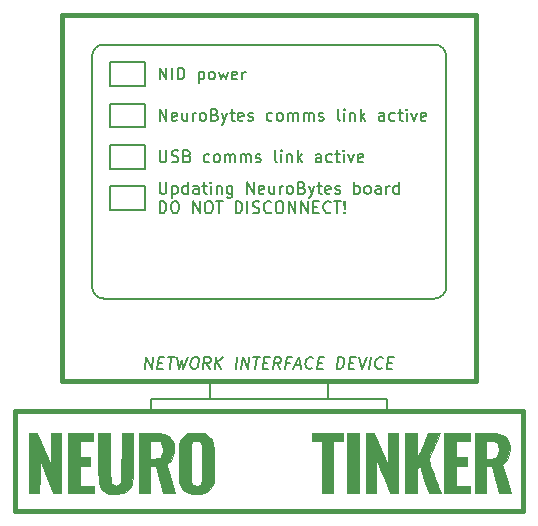
<source format=gbr>
G04 #@! TF.FileFunction,Legend,Top*
%FSLAX46Y46*%
G04 Gerber Fmt 4.6, Leading zero omitted, Abs format (unit mm)*
G04 Created by KiCad (PCBNEW 4.0.7-e2-6376~58~ubuntu14.04.1) date Sun Apr  8 21:09:44 2018*
%MOMM*%
%LPD*%
G01*
G04 APERTURE LIST*
%ADD10C,0.100000*%
%ADD11C,0.140000*%
%ADD12C,0.200000*%
%ADD13C,0.400000*%
%ADD14C,0.010000*%
G04 APERTURE END LIST*
D10*
D11*
X117915335Y-86452381D02*
X118040335Y-85452381D01*
X118486764Y-86452381D01*
X118611764Y-85452381D01*
X119028431Y-85928571D02*
X119361765Y-85928571D01*
X119439145Y-86452381D02*
X118962954Y-86452381D01*
X119087954Y-85452381D01*
X119564145Y-85452381D01*
X119849859Y-85452381D02*
X120421288Y-85452381D01*
X120010573Y-86452381D02*
X120135573Y-85452381D01*
X120659383Y-85452381D02*
X120772478Y-86452381D01*
X121052241Y-85738095D01*
X121153431Y-86452381D01*
X121516526Y-85452381D01*
X122087954Y-85452381D02*
X122278431Y-85452381D01*
X122367717Y-85500000D01*
X122451050Y-85595238D01*
X122474860Y-85785714D01*
X122433193Y-86119048D01*
X122361765Y-86309524D01*
X122254622Y-86404762D01*
X122153431Y-86452381D01*
X121962954Y-86452381D01*
X121873669Y-86404762D01*
X121790336Y-86309524D01*
X121766526Y-86119048D01*
X121808193Y-85785714D01*
X121879621Y-85595238D01*
X121986764Y-85500000D01*
X122087954Y-85452381D01*
X123391526Y-86452381D02*
X123117716Y-85976190D01*
X122820097Y-86452381D02*
X122945097Y-85452381D01*
X123326050Y-85452381D01*
X123415336Y-85500000D01*
X123457003Y-85547619D01*
X123492717Y-85642857D01*
X123474860Y-85785714D01*
X123415336Y-85880952D01*
X123361765Y-85928571D01*
X123260574Y-85976190D01*
X122879621Y-85976190D01*
X123820097Y-86452381D02*
X123945097Y-85452381D01*
X124391526Y-86452381D02*
X124034383Y-85880952D01*
X124516526Y-85452381D02*
X123873669Y-86023810D01*
X125582002Y-86452381D02*
X125707002Y-85452381D01*
X126058192Y-86452381D02*
X126183192Y-85452381D01*
X126629621Y-86452381D01*
X126754621Y-85452381D01*
X127087954Y-85452381D02*
X127659383Y-85452381D01*
X127248668Y-86452381D02*
X127373668Y-85452381D01*
X127933193Y-85928571D02*
X128266527Y-85928571D01*
X128343907Y-86452381D02*
X127867716Y-86452381D01*
X127992716Y-85452381D01*
X128468907Y-85452381D01*
X129343907Y-86452381D02*
X129070097Y-85976190D01*
X128772478Y-86452381D02*
X128897478Y-85452381D01*
X129278431Y-85452381D01*
X129367717Y-85500000D01*
X129409384Y-85547619D01*
X129445098Y-85642857D01*
X129427241Y-85785714D01*
X129367717Y-85880952D01*
X129314146Y-85928571D01*
X129212955Y-85976190D01*
X128832002Y-85976190D01*
X130171289Y-85928571D02*
X129837955Y-85928571D01*
X129772478Y-86452381D02*
X129897478Y-85452381D01*
X130373669Y-85452381D01*
X130617717Y-86166667D02*
X131093908Y-86166667D01*
X130486764Y-86452381D02*
X130945097Y-85452381D01*
X131153431Y-86452381D01*
X132070098Y-86357143D02*
X132016527Y-86404762D01*
X131867717Y-86452381D01*
X131772479Y-86452381D01*
X131635574Y-86404762D01*
X131552241Y-86309524D01*
X131516526Y-86214286D01*
X131492717Y-86023810D01*
X131510574Y-85880952D01*
X131582003Y-85690476D01*
X131641526Y-85595238D01*
X131748669Y-85500000D01*
X131897479Y-85452381D01*
X131992717Y-85452381D01*
X132129622Y-85500000D01*
X132171289Y-85547619D01*
X132552241Y-85928571D02*
X132885575Y-85928571D01*
X132962955Y-86452381D02*
X132486764Y-86452381D01*
X132611764Y-85452381D01*
X133087955Y-85452381D01*
X134153431Y-86452381D02*
X134278431Y-85452381D01*
X134516526Y-85452381D01*
X134653432Y-85500000D01*
X134736765Y-85595238D01*
X134772480Y-85690476D01*
X134796289Y-85880952D01*
X134778432Y-86023810D01*
X134707003Y-86214286D01*
X134647480Y-86309524D01*
X134540337Y-86404762D01*
X134391526Y-86452381D01*
X134153431Y-86452381D01*
X135218908Y-85928571D02*
X135552242Y-85928571D01*
X135629622Y-86452381D02*
X135153431Y-86452381D01*
X135278431Y-85452381D01*
X135754622Y-85452381D01*
X136040336Y-85452381D02*
X136248669Y-86452381D01*
X136707003Y-85452381D01*
X136915336Y-86452381D02*
X137040336Y-85452381D01*
X137974860Y-86357143D02*
X137921289Y-86404762D01*
X137772479Y-86452381D01*
X137677241Y-86452381D01*
X137540336Y-86404762D01*
X137457003Y-86309524D01*
X137421288Y-86214286D01*
X137397479Y-86023810D01*
X137415336Y-85880952D01*
X137486765Y-85690476D01*
X137546288Y-85595238D01*
X137653431Y-85500000D01*
X137802241Y-85452381D01*
X137897479Y-85452381D01*
X138034384Y-85500000D01*
X138076051Y-85547619D01*
X138457003Y-85928571D02*
X138790337Y-85928571D01*
X138867717Y-86452381D02*
X138391526Y-86452381D01*
X138516526Y-85452381D01*
X138992717Y-85452381D01*
X119162359Y-70632381D02*
X119162359Y-71441905D01*
X119209978Y-71537143D01*
X119257597Y-71584762D01*
X119352835Y-71632381D01*
X119543312Y-71632381D01*
X119638550Y-71584762D01*
X119686169Y-71537143D01*
X119733788Y-71441905D01*
X119733788Y-70632381D01*
X120209978Y-70965714D02*
X120209978Y-71965714D01*
X120209978Y-71013333D02*
X120305216Y-70965714D01*
X120495693Y-70965714D01*
X120590931Y-71013333D01*
X120638550Y-71060952D01*
X120686169Y-71156190D01*
X120686169Y-71441905D01*
X120638550Y-71537143D01*
X120590931Y-71584762D01*
X120495693Y-71632381D01*
X120305216Y-71632381D01*
X120209978Y-71584762D01*
X121543312Y-71632381D02*
X121543312Y-70632381D01*
X121543312Y-71584762D02*
X121448074Y-71632381D01*
X121257597Y-71632381D01*
X121162359Y-71584762D01*
X121114740Y-71537143D01*
X121067121Y-71441905D01*
X121067121Y-71156190D01*
X121114740Y-71060952D01*
X121162359Y-71013333D01*
X121257597Y-70965714D01*
X121448074Y-70965714D01*
X121543312Y-71013333D01*
X122448074Y-71632381D02*
X122448074Y-71108571D01*
X122400455Y-71013333D01*
X122305217Y-70965714D01*
X122114740Y-70965714D01*
X122019502Y-71013333D01*
X122448074Y-71584762D02*
X122352836Y-71632381D01*
X122114740Y-71632381D01*
X122019502Y-71584762D01*
X121971883Y-71489524D01*
X121971883Y-71394286D01*
X122019502Y-71299048D01*
X122114740Y-71251429D01*
X122352836Y-71251429D01*
X122448074Y-71203810D01*
X122781407Y-70965714D02*
X123162359Y-70965714D01*
X122924264Y-70632381D02*
X122924264Y-71489524D01*
X122971883Y-71584762D01*
X123067121Y-71632381D01*
X123162359Y-71632381D01*
X123495693Y-71632381D02*
X123495693Y-70965714D01*
X123495693Y-70632381D02*
X123448074Y-70680000D01*
X123495693Y-70727619D01*
X123543312Y-70680000D01*
X123495693Y-70632381D01*
X123495693Y-70727619D01*
X123971883Y-70965714D02*
X123971883Y-71632381D01*
X123971883Y-71060952D02*
X124019502Y-71013333D01*
X124114740Y-70965714D01*
X124257598Y-70965714D01*
X124352836Y-71013333D01*
X124400455Y-71108571D01*
X124400455Y-71632381D01*
X125305217Y-70965714D02*
X125305217Y-71775238D01*
X125257598Y-71870476D01*
X125209979Y-71918095D01*
X125114740Y-71965714D01*
X124971883Y-71965714D01*
X124876645Y-71918095D01*
X125305217Y-71584762D02*
X125209979Y-71632381D01*
X125019502Y-71632381D01*
X124924264Y-71584762D01*
X124876645Y-71537143D01*
X124829026Y-71441905D01*
X124829026Y-71156190D01*
X124876645Y-71060952D01*
X124924264Y-71013333D01*
X125019502Y-70965714D01*
X125209979Y-70965714D01*
X125305217Y-71013333D01*
X126543312Y-71632381D02*
X126543312Y-70632381D01*
X127114741Y-71632381D01*
X127114741Y-70632381D01*
X127971884Y-71584762D02*
X127876646Y-71632381D01*
X127686169Y-71632381D01*
X127590931Y-71584762D01*
X127543312Y-71489524D01*
X127543312Y-71108571D01*
X127590931Y-71013333D01*
X127686169Y-70965714D01*
X127876646Y-70965714D01*
X127971884Y-71013333D01*
X128019503Y-71108571D01*
X128019503Y-71203810D01*
X127543312Y-71299048D01*
X128876646Y-70965714D02*
X128876646Y-71632381D01*
X128448074Y-70965714D02*
X128448074Y-71489524D01*
X128495693Y-71584762D01*
X128590931Y-71632381D01*
X128733789Y-71632381D01*
X128829027Y-71584762D01*
X128876646Y-71537143D01*
X129352836Y-71632381D02*
X129352836Y-70965714D01*
X129352836Y-71156190D02*
X129400455Y-71060952D01*
X129448074Y-71013333D01*
X129543312Y-70965714D01*
X129638551Y-70965714D01*
X130114741Y-71632381D02*
X130019503Y-71584762D01*
X129971884Y-71537143D01*
X129924265Y-71441905D01*
X129924265Y-71156190D01*
X129971884Y-71060952D01*
X130019503Y-71013333D01*
X130114741Y-70965714D01*
X130257599Y-70965714D01*
X130352837Y-71013333D01*
X130400456Y-71060952D01*
X130448075Y-71156190D01*
X130448075Y-71441905D01*
X130400456Y-71537143D01*
X130352837Y-71584762D01*
X130257599Y-71632381D01*
X130114741Y-71632381D01*
X131209980Y-71108571D02*
X131352837Y-71156190D01*
X131400456Y-71203810D01*
X131448075Y-71299048D01*
X131448075Y-71441905D01*
X131400456Y-71537143D01*
X131352837Y-71584762D01*
X131257599Y-71632381D01*
X130876646Y-71632381D01*
X130876646Y-70632381D01*
X131209980Y-70632381D01*
X131305218Y-70680000D01*
X131352837Y-70727619D01*
X131400456Y-70822857D01*
X131400456Y-70918095D01*
X131352837Y-71013333D01*
X131305218Y-71060952D01*
X131209980Y-71108571D01*
X130876646Y-71108571D01*
X131781408Y-70965714D02*
X132019503Y-71632381D01*
X132257599Y-70965714D02*
X132019503Y-71632381D01*
X131924265Y-71870476D01*
X131876646Y-71918095D01*
X131781408Y-71965714D01*
X132495694Y-70965714D02*
X132876646Y-70965714D01*
X132638551Y-70632381D02*
X132638551Y-71489524D01*
X132686170Y-71584762D01*
X132781408Y-71632381D01*
X132876646Y-71632381D01*
X133590933Y-71584762D02*
X133495695Y-71632381D01*
X133305218Y-71632381D01*
X133209980Y-71584762D01*
X133162361Y-71489524D01*
X133162361Y-71108571D01*
X133209980Y-71013333D01*
X133305218Y-70965714D01*
X133495695Y-70965714D01*
X133590933Y-71013333D01*
X133638552Y-71108571D01*
X133638552Y-71203810D01*
X133162361Y-71299048D01*
X134019504Y-71584762D02*
X134114742Y-71632381D01*
X134305218Y-71632381D01*
X134400457Y-71584762D01*
X134448076Y-71489524D01*
X134448076Y-71441905D01*
X134400457Y-71346667D01*
X134305218Y-71299048D01*
X134162361Y-71299048D01*
X134067123Y-71251429D01*
X134019504Y-71156190D01*
X134019504Y-71108571D01*
X134067123Y-71013333D01*
X134162361Y-70965714D01*
X134305218Y-70965714D01*
X134400457Y-71013333D01*
X135638552Y-71632381D02*
X135638552Y-70632381D01*
X135638552Y-71013333D02*
X135733790Y-70965714D01*
X135924267Y-70965714D01*
X136019505Y-71013333D01*
X136067124Y-71060952D01*
X136114743Y-71156190D01*
X136114743Y-71441905D01*
X136067124Y-71537143D01*
X136019505Y-71584762D01*
X135924267Y-71632381D01*
X135733790Y-71632381D01*
X135638552Y-71584762D01*
X136686171Y-71632381D02*
X136590933Y-71584762D01*
X136543314Y-71537143D01*
X136495695Y-71441905D01*
X136495695Y-71156190D01*
X136543314Y-71060952D01*
X136590933Y-71013333D01*
X136686171Y-70965714D01*
X136829029Y-70965714D01*
X136924267Y-71013333D01*
X136971886Y-71060952D01*
X137019505Y-71156190D01*
X137019505Y-71441905D01*
X136971886Y-71537143D01*
X136924267Y-71584762D01*
X136829029Y-71632381D01*
X136686171Y-71632381D01*
X137876648Y-71632381D02*
X137876648Y-71108571D01*
X137829029Y-71013333D01*
X137733791Y-70965714D01*
X137543314Y-70965714D01*
X137448076Y-71013333D01*
X137876648Y-71584762D02*
X137781410Y-71632381D01*
X137543314Y-71632381D01*
X137448076Y-71584762D01*
X137400457Y-71489524D01*
X137400457Y-71394286D01*
X137448076Y-71299048D01*
X137543314Y-71251429D01*
X137781410Y-71251429D01*
X137876648Y-71203810D01*
X138352838Y-71632381D02*
X138352838Y-70965714D01*
X138352838Y-71156190D02*
X138400457Y-71060952D01*
X138448076Y-71013333D01*
X138543314Y-70965714D01*
X138638553Y-70965714D01*
X139400458Y-71632381D02*
X139400458Y-70632381D01*
X139400458Y-71584762D02*
X139305220Y-71632381D01*
X139114743Y-71632381D01*
X139019505Y-71584762D01*
X138971886Y-71537143D01*
X138924267Y-71441905D01*
X138924267Y-71156190D01*
X138971886Y-71060952D01*
X139019505Y-71013333D01*
X139114743Y-70965714D01*
X139305220Y-70965714D01*
X139400458Y-71013333D01*
X119162359Y-73272381D02*
X119162359Y-72272381D01*
X119400454Y-72272381D01*
X119543312Y-72320000D01*
X119638550Y-72415238D01*
X119686169Y-72510476D01*
X119733788Y-72700952D01*
X119733788Y-72843810D01*
X119686169Y-73034286D01*
X119638550Y-73129524D01*
X119543312Y-73224762D01*
X119400454Y-73272381D01*
X119162359Y-73272381D01*
X120352835Y-72272381D02*
X120543312Y-72272381D01*
X120638550Y-72320000D01*
X120733788Y-72415238D01*
X120781407Y-72605714D01*
X120781407Y-72939048D01*
X120733788Y-73129524D01*
X120638550Y-73224762D01*
X120543312Y-73272381D01*
X120352835Y-73272381D01*
X120257597Y-73224762D01*
X120162359Y-73129524D01*
X120114740Y-72939048D01*
X120114740Y-72605714D01*
X120162359Y-72415238D01*
X120257597Y-72320000D01*
X120352835Y-72272381D01*
X121971883Y-73272381D02*
X121971883Y-72272381D01*
X122543312Y-73272381D01*
X122543312Y-72272381D01*
X123209978Y-72272381D02*
X123400455Y-72272381D01*
X123495693Y-72320000D01*
X123590931Y-72415238D01*
X123638550Y-72605714D01*
X123638550Y-72939048D01*
X123590931Y-73129524D01*
X123495693Y-73224762D01*
X123400455Y-73272381D01*
X123209978Y-73272381D01*
X123114740Y-73224762D01*
X123019502Y-73129524D01*
X122971883Y-72939048D01*
X122971883Y-72605714D01*
X123019502Y-72415238D01*
X123114740Y-72320000D01*
X123209978Y-72272381D01*
X123924264Y-72272381D02*
X124495693Y-72272381D01*
X124209978Y-73272381D02*
X124209978Y-72272381D01*
X125590931Y-73272381D02*
X125590931Y-72272381D01*
X125829026Y-72272381D01*
X125971884Y-72320000D01*
X126067122Y-72415238D01*
X126114741Y-72510476D01*
X126162360Y-72700952D01*
X126162360Y-72843810D01*
X126114741Y-73034286D01*
X126067122Y-73129524D01*
X125971884Y-73224762D01*
X125829026Y-73272381D01*
X125590931Y-73272381D01*
X126590931Y-73272381D02*
X126590931Y-72272381D01*
X127019502Y-73224762D02*
X127162359Y-73272381D01*
X127400455Y-73272381D01*
X127495693Y-73224762D01*
X127543312Y-73177143D01*
X127590931Y-73081905D01*
X127590931Y-72986667D01*
X127543312Y-72891429D01*
X127495693Y-72843810D01*
X127400455Y-72796190D01*
X127209978Y-72748571D01*
X127114740Y-72700952D01*
X127067121Y-72653333D01*
X127019502Y-72558095D01*
X127019502Y-72462857D01*
X127067121Y-72367619D01*
X127114740Y-72320000D01*
X127209978Y-72272381D01*
X127448074Y-72272381D01*
X127590931Y-72320000D01*
X128590931Y-73177143D02*
X128543312Y-73224762D01*
X128400455Y-73272381D01*
X128305217Y-73272381D01*
X128162359Y-73224762D01*
X128067121Y-73129524D01*
X128019502Y-73034286D01*
X127971883Y-72843810D01*
X127971883Y-72700952D01*
X128019502Y-72510476D01*
X128067121Y-72415238D01*
X128162359Y-72320000D01*
X128305217Y-72272381D01*
X128400455Y-72272381D01*
X128543312Y-72320000D01*
X128590931Y-72367619D01*
X129209978Y-72272381D02*
X129400455Y-72272381D01*
X129495693Y-72320000D01*
X129590931Y-72415238D01*
X129638550Y-72605714D01*
X129638550Y-72939048D01*
X129590931Y-73129524D01*
X129495693Y-73224762D01*
X129400455Y-73272381D01*
X129209978Y-73272381D01*
X129114740Y-73224762D01*
X129019502Y-73129524D01*
X128971883Y-72939048D01*
X128971883Y-72605714D01*
X129019502Y-72415238D01*
X129114740Y-72320000D01*
X129209978Y-72272381D01*
X130067121Y-73272381D02*
X130067121Y-72272381D01*
X130638550Y-73272381D01*
X130638550Y-72272381D01*
X131114740Y-73272381D02*
X131114740Y-72272381D01*
X131686169Y-73272381D01*
X131686169Y-72272381D01*
X132162359Y-72748571D02*
X132495693Y-72748571D01*
X132638550Y-73272381D02*
X132162359Y-73272381D01*
X132162359Y-72272381D01*
X132638550Y-72272381D01*
X133638550Y-73177143D02*
X133590931Y-73224762D01*
X133448074Y-73272381D01*
X133352836Y-73272381D01*
X133209978Y-73224762D01*
X133114740Y-73129524D01*
X133067121Y-73034286D01*
X133019502Y-72843810D01*
X133019502Y-72700952D01*
X133067121Y-72510476D01*
X133114740Y-72415238D01*
X133209978Y-72320000D01*
X133352836Y-72272381D01*
X133448074Y-72272381D01*
X133590931Y-72320000D01*
X133638550Y-72367619D01*
X133924264Y-72272381D02*
X134495693Y-72272381D01*
X134209978Y-73272381D02*
X134209978Y-72272381D01*
X134829026Y-73177143D02*
X134876645Y-73224762D01*
X134829026Y-73272381D01*
X134781407Y-73224762D01*
X134829026Y-73177143D01*
X134829026Y-73272381D01*
X134829026Y-72891429D02*
X134781407Y-72320000D01*
X134829026Y-72272381D01*
X134876645Y-72320000D01*
X134829026Y-72891429D01*
X134829026Y-72272381D01*
X119162359Y-61952381D02*
X119162359Y-60952381D01*
X119733788Y-61952381D01*
X119733788Y-60952381D01*
X120209978Y-61952381D02*
X120209978Y-60952381D01*
X120686168Y-61952381D02*
X120686168Y-60952381D01*
X120924263Y-60952381D01*
X121067121Y-61000000D01*
X121162359Y-61095238D01*
X121209978Y-61190476D01*
X121257597Y-61380952D01*
X121257597Y-61523810D01*
X121209978Y-61714286D01*
X121162359Y-61809524D01*
X121067121Y-61904762D01*
X120924263Y-61952381D01*
X120686168Y-61952381D01*
X122448073Y-61285714D02*
X122448073Y-62285714D01*
X122448073Y-61333333D02*
X122543311Y-61285714D01*
X122733788Y-61285714D01*
X122829026Y-61333333D01*
X122876645Y-61380952D01*
X122924264Y-61476190D01*
X122924264Y-61761905D01*
X122876645Y-61857143D01*
X122829026Y-61904762D01*
X122733788Y-61952381D01*
X122543311Y-61952381D01*
X122448073Y-61904762D01*
X123495692Y-61952381D02*
X123400454Y-61904762D01*
X123352835Y-61857143D01*
X123305216Y-61761905D01*
X123305216Y-61476190D01*
X123352835Y-61380952D01*
X123400454Y-61333333D01*
X123495692Y-61285714D01*
X123638550Y-61285714D01*
X123733788Y-61333333D01*
X123781407Y-61380952D01*
X123829026Y-61476190D01*
X123829026Y-61761905D01*
X123781407Y-61857143D01*
X123733788Y-61904762D01*
X123638550Y-61952381D01*
X123495692Y-61952381D01*
X124162359Y-61285714D02*
X124352835Y-61952381D01*
X124543312Y-61476190D01*
X124733788Y-61952381D01*
X124924264Y-61285714D01*
X125686169Y-61904762D02*
X125590931Y-61952381D01*
X125400454Y-61952381D01*
X125305216Y-61904762D01*
X125257597Y-61809524D01*
X125257597Y-61428571D01*
X125305216Y-61333333D01*
X125400454Y-61285714D01*
X125590931Y-61285714D01*
X125686169Y-61333333D01*
X125733788Y-61428571D01*
X125733788Y-61523810D01*
X125257597Y-61619048D01*
X126162359Y-61952381D02*
X126162359Y-61285714D01*
X126162359Y-61476190D02*
X126209978Y-61380952D01*
X126257597Y-61333333D01*
X126352835Y-61285714D01*
X126448074Y-61285714D01*
D12*
X117924264Y-60500000D02*
X117924264Y-62500000D01*
X117924264Y-62500000D02*
X114924264Y-62500000D01*
X114924264Y-62500000D02*
X114924264Y-60500000D01*
X114924264Y-60500000D02*
X117924264Y-60500000D01*
D13*
X149924264Y-98500000D02*
X106924264Y-98500000D01*
D12*
X113424264Y-79500000D02*
X113424264Y-60000000D01*
X143424264Y-79500000D02*
X143424264Y-60000000D01*
X123424264Y-89000000D02*
X123424264Y-87500000D01*
X133424264Y-89000000D02*
X133424264Y-87500000D01*
X138424264Y-89000000D02*
X138424264Y-90000000D01*
X118424264Y-89000000D02*
X138424264Y-89000000D01*
X118424264Y-90000000D02*
X118424264Y-89000000D01*
D13*
X106924264Y-90000000D02*
X149924264Y-90000000D01*
X106924264Y-98500000D02*
X106924264Y-90000000D01*
X149924264Y-90000000D02*
X149924264Y-98500000D01*
D12*
X114924264Y-73000000D02*
X114924264Y-71000000D01*
X117924264Y-73000000D02*
X114924264Y-73000000D01*
X117924264Y-71000000D02*
X117924264Y-73000000D01*
X114924264Y-71000000D02*
X117924264Y-71000000D01*
X114924264Y-69500000D02*
X114924264Y-67500000D01*
X117924264Y-69500000D02*
X114924264Y-69500000D01*
X117924264Y-67500000D02*
X117924264Y-69500000D01*
X114924264Y-67500000D02*
X117924264Y-67500000D01*
X114924264Y-66000000D02*
X114924264Y-64000000D01*
X117924264Y-66000000D02*
X114924264Y-66000000D01*
X117924264Y-64000000D02*
X117924264Y-66000000D01*
X114924264Y-64000000D02*
X117924264Y-64000000D01*
D11*
X119162359Y-67952381D02*
X119162359Y-68761905D01*
X119209978Y-68857143D01*
X119257597Y-68904762D01*
X119352835Y-68952381D01*
X119543312Y-68952381D01*
X119638550Y-68904762D01*
X119686169Y-68857143D01*
X119733788Y-68761905D01*
X119733788Y-67952381D01*
X120162359Y-68904762D02*
X120305216Y-68952381D01*
X120543312Y-68952381D01*
X120638550Y-68904762D01*
X120686169Y-68857143D01*
X120733788Y-68761905D01*
X120733788Y-68666667D01*
X120686169Y-68571429D01*
X120638550Y-68523810D01*
X120543312Y-68476190D01*
X120352835Y-68428571D01*
X120257597Y-68380952D01*
X120209978Y-68333333D01*
X120162359Y-68238095D01*
X120162359Y-68142857D01*
X120209978Y-68047619D01*
X120257597Y-68000000D01*
X120352835Y-67952381D01*
X120590931Y-67952381D01*
X120733788Y-68000000D01*
X121495693Y-68428571D02*
X121638550Y-68476190D01*
X121686169Y-68523810D01*
X121733788Y-68619048D01*
X121733788Y-68761905D01*
X121686169Y-68857143D01*
X121638550Y-68904762D01*
X121543312Y-68952381D01*
X121162359Y-68952381D01*
X121162359Y-67952381D01*
X121495693Y-67952381D01*
X121590931Y-68000000D01*
X121638550Y-68047619D01*
X121686169Y-68142857D01*
X121686169Y-68238095D01*
X121638550Y-68333333D01*
X121590931Y-68380952D01*
X121495693Y-68428571D01*
X121162359Y-68428571D01*
X123352836Y-68904762D02*
X123257598Y-68952381D01*
X123067121Y-68952381D01*
X122971883Y-68904762D01*
X122924264Y-68857143D01*
X122876645Y-68761905D01*
X122876645Y-68476190D01*
X122924264Y-68380952D01*
X122971883Y-68333333D01*
X123067121Y-68285714D01*
X123257598Y-68285714D01*
X123352836Y-68333333D01*
X123924264Y-68952381D02*
X123829026Y-68904762D01*
X123781407Y-68857143D01*
X123733788Y-68761905D01*
X123733788Y-68476190D01*
X123781407Y-68380952D01*
X123829026Y-68333333D01*
X123924264Y-68285714D01*
X124067122Y-68285714D01*
X124162360Y-68333333D01*
X124209979Y-68380952D01*
X124257598Y-68476190D01*
X124257598Y-68761905D01*
X124209979Y-68857143D01*
X124162360Y-68904762D01*
X124067122Y-68952381D01*
X123924264Y-68952381D01*
X124686169Y-68952381D02*
X124686169Y-68285714D01*
X124686169Y-68380952D02*
X124733788Y-68333333D01*
X124829026Y-68285714D01*
X124971884Y-68285714D01*
X125067122Y-68333333D01*
X125114741Y-68428571D01*
X125114741Y-68952381D01*
X125114741Y-68428571D02*
X125162360Y-68333333D01*
X125257598Y-68285714D01*
X125400455Y-68285714D01*
X125495693Y-68333333D01*
X125543312Y-68428571D01*
X125543312Y-68952381D01*
X126019502Y-68952381D02*
X126019502Y-68285714D01*
X126019502Y-68380952D02*
X126067121Y-68333333D01*
X126162359Y-68285714D01*
X126305217Y-68285714D01*
X126400455Y-68333333D01*
X126448074Y-68428571D01*
X126448074Y-68952381D01*
X126448074Y-68428571D02*
X126495693Y-68333333D01*
X126590931Y-68285714D01*
X126733788Y-68285714D01*
X126829026Y-68333333D01*
X126876645Y-68428571D01*
X126876645Y-68952381D01*
X127305216Y-68904762D02*
X127400454Y-68952381D01*
X127590930Y-68952381D01*
X127686169Y-68904762D01*
X127733788Y-68809524D01*
X127733788Y-68761905D01*
X127686169Y-68666667D01*
X127590930Y-68619048D01*
X127448073Y-68619048D01*
X127352835Y-68571429D01*
X127305216Y-68476190D01*
X127305216Y-68428571D01*
X127352835Y-68333333D01*
X127448073Y-68285714D01*
X127590930Y-68285714D01*
X127686169Y-68333333D01*
X129067121Y-68952381D02*
X128971883Y-68904762D01*
X128924264Y-68809524D01*
X128924264Y-67952381D01*
X129448074Y-68952381D02*
X129448074Y-68285714D01*
X129448074Y-67952381D02*
X129400455Y-68000000D01*
X129448074Y-68047619D01*
X129495693Y-68000000D01*
X129448074Y-67952381D01*
X129448074Y-68047619D01*
X129924264Y-68285714D02*
X129924264Y-68952381D01*
X129924264Y-68380952D02*
X129971883Y-68333333D01*
X130067121Y-68285714D01*
X130209979Y-68285714D01*
X130305217Y-68333333D01*
X130352836Y-68428571D01*
X130352836Y-68952381D01*
X130829026Y-68952381D02*
X130829026Y-67952381D01*
X130924264Y-68571429D02*
X131209979Y-68952381D01*
X131209979Y-68285714D02*
X130829026Y-68666667D01*
X132829027Y-68952381D02*
X132829027Y-68428571D01*
X132781408Y-68333333D01*
X132686170Y-68285714D01*
X132495693Y-68285714D01*
X132400455Y-68333333D01*
X132829027Y-68904762D02*
X132733789Y-68952381D01*
X132495693Y-68952381D01*
X132400455Y-68904762D01*
X132352836Y-68809524D01*
X132352836Y-68714286D01*
X132400455Y-68619048D01*
X132495693Y-68571429D01*
X132733789Y-68571429D01*
X132829027Y-68523810D01*
X133733789Y-68904762D02*
X133638551Y-68952381D01*
X133448074Y-68952381D01*
X133352836Y-68904762D01*
X133305217Y-68857143D01*
X133257598Y-68761905D01*
X133257598Y-68476190D01*
X133305217Y-68380952D01*
X133352836Y-68333333D01*
X133448074Y-68285714D01*
X133638551Y-68285714D01*
X133733789Y-68333333D01*
X134019503Y-68285714D02*
X134400455Y-68285714D01*
X134162360Y-67952381D02*
X134162360Y-68809524D01*
X134209979Y-68904762D01*
X134305217Y-68952381D01*
X134400455Y-68952381D01*
X134733789Y-68952381D02*
X134733789Y-68285714D01*
X134733789Y-67952381D02*
X134686170Y-68000000D01*
X134733789Y-68047619D01*
X134781408Y-68000000D01*
X134733789Y-67952381D01*
X134733789Y-68047619D01*
X135114741Y-68285714D02*
X135352836Y-68952381D01*
X135590932Y-68285714D01*
X136352837Y-68904762D02*
X136257599Y-68952381D01*
X136067122Y-68952381D01*
X135971884Y-68904762D01*
X135924265Y-68809524D01*
X135924265Y-68428571D01*
X135971884Y-68333333D01*
X136067122Y-68285714D01*
X136257599Y-68285714D01*
X136352837Y-68333333D01*
X136400456Y-68428571D01*
X136400456Y-68523810D01*
X135924265Y-68619048D01*
X119162359Y-65452381D02*
X119162359Y-64452381D01*
X119733788Y-65452381D01*
X119733788Y-64452381D01*
X120590931Y-65404762D02*
X120495693Y-65452381D01*
X120305216Y-65452381D01*
X120209978Y-65404762D01*
X120162359Y-65309524D01*
X120162359Y-64928571D01*
X120209978Y-64833333D01*
X120305216Y-64785714D01*
X120495693Y-64785714D01*
X120590931Y-64833333D01*
X120638550Y-64928571D01*
X120638550Y-65023810D01*
X120162359Y-65119048D01*
X121495693Y-64785714D02*
X121495693Y-65452381D01*
X121067121Y-64785714D02*
X121067121Y-65309524D01*
X121114740Y-65404762D01*
X121209978Y-65452381D01*
X121352836Y-65452381D01*
X121448074Y-65404762D01*
X121495693Y-65357143D01*
X121971883Y-65452381D02*
X121971883Y-64785714D01*
X121971883Y-64976190D02*
X122019502Y-64880952D01*
X122067121Y-64833333D01*
X122162359Y-64785714D01*
X122257598Y-64785714D01*
X122733788Y-65452381D02*
X122638550Y-65404762D01*
X122590931Y-65357143D01*
X122543312Y-65261905D01*
X122543312Y-64976190D01*
X122590931Y-64880952D01*
X122638550Y-64833333D01*
X122733788Y-64785714D01*
X122876646Y-64785714D01*
X122971884Y-64833333D01*
X123019503Y-64880952D01*
X123067122Y-64976190D01*
X123067122Y-65261905D01*
X123019503Y-65357143D01*
X122971884Y-65404762D01*
X122876646Y-65452381D01*
X122733788Y-65452381D01*
X123829027Y-64928571D02*
X123971884Y-64976190D01*
X124019503Y-65023810D01*
X124067122Y-65119048D01*
X124067122Y-65261905D01*
X124019503Y-65357143D01*
X123971884Y-65404762D01*
X123876646Y-65452381D01*
X123495693Y-65452381D01*
X123495693Y-64452381D01*
X123829027Y-64452381D01*
X123924265Y-64500000D01*
X123971884Y-64547619D01*
X124019503Y-64642857D01*
X124019503Y-64738095D01*
X123971884Y-64833333D01*
X123924265Y-64880952D01*
X123829027Y-64928571D01*
X123495693Y-64928571D01*
X124400455Y-64785714D02*
X124638550Y-65452381D01*
X124876646Y-64785714D02*
X124638550Y-65452381D01*
X124543312Y-65690476D01*
X124495693Y-65738095D01*
X124400455Y-65785714D01*
X125114741Y-64785714D02*
X125495693Y-64785714D01*
X125257598Y-64452381D02*
X125257598Y-65309524D01*
X125305217Y-65404762D01*
X125400455Y-65452381D01*
X125495693Y-65452381D01*
X126209980Y-65404762D02*
X126114742Y-65452381D01*
X125924265Y-65452381D01*
X125829027Y-65404762D01*
X125781408Y-65309524D01*
X125781408Y-64928571D01*
X125829027Y-64833333D01*
X125924265Y-64785714D01*
X126114742Y-64785714D01*
X126209980Y-64833333D01*
X126257599Y-64928571D01*
X126257599Y-65023810D01*
X125781408Y-65119048D01*
X126638551Y-65404762D02*
X126733789Y-65452381D01*
X126924265Y-65452381D01*
X127019504Y-65404762D01*
X127067123Y-65309524D01*
X127067123Y-65261905D01*
X127019504Y-65166667D01*
X126924265Y-65119048D01*
X126781408Y-65119048D01*
X126686170Y-65071429D01*
X126638551Y-64976190D01*
X126638551Y-64928571D01*
X126686170Y-64833333D01*
X126781408Y-64785714D01*
X126924265Y-64785714D01*
X127019504Y-64833333D01*
X128686171Y-65404762D02*
X128590933Y-65452381D01*
X128400456Y-65452381D01*
X128305218Y-65404762D01*
X128257599Y-65357143D01*
X128209980Y-65261905D01*
X128209980Y-64976190D01*
X128257599Y-64880952D01*
X128305218Y-64833333D01*
X128400456Y-64785714D01*
X128590933Y-64785714D01*
X128686171Y-64833333D01*
X129257599Y-65452381D02*
X129162361Y-65404762D01*
X129114742Y-65357143D01*
X129067123Y-65261905D01*
X129067123Y-64976190D01*
X129114742Y-64880952D01*
X129162361Y-64833333D01*
X129257599Y-64785714D01*
X129400457Y-64785714D01*
X129495695Y-64833333D01*
X129543314Y-64880952D01*
X129590933Y-64976190D01*
X129590933Y-65261905D01*
X129543314Y-65357143D01*
X129495695Y-65404762D01*
X129400457Y-65452381D01*
X129257599Y-65452381D01*
X130019504Y-65452381D02*
X130019504Y-64785714D01*
X130019504Y-64880952D02*
X130067123Y-64833333D01*
X130162361Y-64785714D01*
X130305219Y-64785714D01*
X130400457Y-64833333D01*
X130448076Y-64928571D01*
X130448076Y-65452381D01*
X130448076Y-64928571D02*
X130495695Y-64833333D01*
X130590933Y-64785714D01*
X130733790Y-64785714D01*
X130829028Y-64833333D01*
X130876647Y-64928571D01*
X130876647Y-65452381D01*
X131352837Y-65452381D02*
X131352837Y-64785714D01*
X131352837Y-64880952D02*
X131400456Y-64833333D01*
X131495694Y-64785714D01*
X131638552Y-64785714D01*
X131733790Y-64833333D01*
X131781409Y-64928571D01*
X131781409Y-65452381D01*
X131781409Y-64928571D02*
X131829028Y-64833333D01*
X131924266Y-64785714D01*
X132067123Y-64785714D01*
X132162361Y-64833333D01*
X132209980Y-64928571D01*
X132209980Y-65452381D01*
X132638551Y-65404762D02*
X132733789Y-65452381D01*
X132924265Y-65452381D01*
X133019504Y-65404762D01*
X133067123Y-65309524D01*
X133067123Y-65261905D01*
X133019504Y-65166667D01*
X132924265Y-65119048D01*
X132781408Y-65119048D01*
X132686170Y-65071429D01*
X132638551Y-64976190D01*
X132638551Y-64928571D01*
X132686170Y-64833333D01*
X132781408Y-64785714D01*
X132924265Y-64785714D01*
X133019504Y-64833333D01*
X134400456Y-65452381D02*
X134305218Y-65404762D01*
X134257599Y-65309524D01*
X134257599Y-64452381D01*
X134781409Y-65452381D02*
X134781409Y-64785714D01*
X134781409Y-64452381D02*
X134733790Y-64500000D01*
X134781409Y-64547619D01*
X134829028Y-64500000D01*
X134781409Y-64452381D01*
X134781409Y-64547619D01*
X135257599Y-64785714D02*
X135257599Y-65452381D01*
X135257599Y-64880952D02*
X135305218Y-64833333D01*
X135400456Y-64785714D01*
X135543314Y-64785714D01*
X135638552Y-64833333D01*
X135686171Y-64928571D01*
X135686171Y-65452381D01*
X136162361Y-65452381D02*
X136162361Y-64452381D01*
X136257599Y-65071429D02*
X136543314Y-65452381D01*
X136543314Y-64785714D02*
X136162361Y-65166667D01*
X138162362Y-65452381D02*
X138162362Y-64928571D01*
X138114743Y-64833333D01*
X138019505Y-64785714D01*
X137829028Y-64785714D01*
X137733790Y-64833333D01*
X138162362Y-65404762D02*
X138067124Y-65452381D01*
X137829028Y-65452381D01*
X137733790Y-65404762D01*
X137686171Y-65309524D01*
X137686171Y-65214286D01*
X137733790Y-65119048D01*
X137829028Y-65071429D01*
X138067124Y-65071429D01*
X138162362Y-65023810D01*
X139067124Y-65404762D02*
X138971886Y-65452381D01*
X138781409Y-65452381D01*
X138686171Y-65404762D01*
X138638552Y-65357143D01*
X138590933Y-65261905D01*
X138590933Y-64976190D01*
X138638552Y-64880952D01*
X138686171Y-64833333D01*
X138781409Y-64785714D01*
X138971886Y-64785714D01*
X139067124Y-64833333D01*
X139352838Y-64785714D02*
X139733790Y-64785714D01*
X139495695Y-64452381D02*
X139495695Y-65309524D01*
X139543314Y-65404762D01*
X139638552Y-65452381D01*
X139733790Y-65452381D01*
X140067124Y-65452381D02*
X140067124Y-64785714D01*
X140067124Y-64452381D02*
X140019505Y-64500000D01*
X140067124Y-64547619D01*
X140114743Y-64500000D01*
X140067124Y-64452381D01*
X140067124Y-64547619D01*
X140448076Y-64785714D02*
X140686171Y-65452381D01*
X140924267Y-64785714D01*
X141686172Y-65404762D02*
X141590934Y-65452381D01*
X141400457Y-65452381D01*
X141305219Y-65404762D01*
X141257600Y-65309524D01*
X141257600Y-64928571D01*
X141305219Y-64833333D01*
X141400457Y-64785714D01*
X141590934Y-64785714D01*
X141686172Y-64833333D01*
X141733791Y-64928571D01*
X141733791Y-65023810D01*
X141257600Y-65119048D01*
D12*
X142424264Y-80500000D02*
X114424264Y-80500000D01*
X114424264Y-59000000D02*
X142424264Y-59000000D01*
X142424264Y-80500000D02*
G75*
G03X143424264Y-79500000I0J1000000D01*
G01*
X143424264Y-60000000D02*
G75*
G03X142424264Y-59000000I-1000000J0D01*
G01*
X114424264Y-59000000D02*
G75*
G03X113424264Y-60000000I0J-1000000D01*
G01*
X113424264Y-79500000D02*
G75*
G03X114424264Y-80500000I1000000J0D01*
G01*
D13*
X110924264Y-87500000D02*
X145924264Y-87500000D01*
X110924264Y-56500000D02*
X110924264Y-87500000D01*
X145924264Y-56500000D02*
X110924264Y-56500000D01*
X145924264Y-87500000D02*
X145924264Y-56500000D01*
D14*
G36*
X114970264Y-93900419D02*
X114971791Y-94515785D01*
X114976370Y-95030728D01*
X114983994Y-95445023D01*
X114994657Y-95758449D01*
X115008355Y-95970782D01*
X115025081Y-96081799D01*
X115026407Y-96085891D01*
X115119587Y-96246777D01*
X115267641Y-96329493D01*
X115419969Y-96346400D01*
X115604368Y-96327570D01*
X115727978Y-96257879D01*
X115823042Y-96124343D01*
X115845077Y-96075268D01*
X115863319Y-96009466D01*
X115878229Y-95917093D01*
X115890269Y-95788306D01*
X115899899Y-95613262D01*
X115907582Y-95382117D01*
X115913779Y-95085029D01*
X115918951Y-94712153D01*
X115923560Y-94253648D01*
X115926348Y-93920700D01*
X115942632Y-91876000D01*
X116905871Y-91876000D01*
X116889471Y-93971500D01*
X116884750Y-94524168D01*
X116879191Y-94985093D01*
X116871577Y-95364130D01*
X116860686Y-95671133D01*
X116845300Y-95915958D01*
X116824198Y-96108461D01*
X116796162Y-96258496D01*
X116759971Y-96375920D01*
X116714406Y-96470587D01*
X116658247Y-96552353D01*
X116590274Y-96631073D01*
X116555790Y-96667832D01*
X116371505Y-96830982D01*
X116168139Y-96940868D01*
X115920886Y-97006468D01*
X115604942Y-97036760D01*
X115529064Y-97039434D01*
X115298894Y-97041153D01*
X115090836Y-97034548D01*
X114937213Y-97020971D01*
X114894064Y-97012846D01*
X114570727Y-96882032D01*
X114316244Y-96676558D01*
X114142739Y-96421575D01*
X114096239Y-96315028D01*
X114057790Y-96189949D01*
X114026682Y-96036341D01*
X114002203Y-95844208D01*
X113983643Y-95603556D01*
X113970290Y-95304389D01*
X113961434Y-94936712D01*
X113956364Y-94490528D01*
X113954369Y-93955843D01*
X113954264Y-93771670D01*
X113954264Y-91876000D01*
X114970264Y-91876000D01*
X114970264Y-93900419D01*
X114970264Y-93900419D01*
G37*
X114970264Y-93900419D02*
X114971791Y-94515785D01*
X114976370Y-95030728D01*
X114983994Y-95445023D01*
X114994657Y-95758449D01*
X115008355Y-95970782D01*
X115025081Y-96081799D01*
X115026407Y-96085891D01*
X115119587Y-96246777D01*
X115267641Y-96329493D01*
X115419969Y-96346400D01*
X115604368Y-96327570D01*
X115727978Y-96257879D01*
X115823042Y-96124343D01*
X115845077Y-96075268D01*
X115863319Y-96009466D01*
X115878229Y-95917093D01*
X115890269Y-95788306D01*
X115899899Y-95613262D01*
X115907582Y-95382117D01*
X115913779Y-95085029D01*
X115918951Y-94712153D01*
X115923560Y-94253648D01*
X115926348Y-93920700D01*
X115942632Y-91876000D01*
X116905871Y-91876000D01*
X116889471Y-93971500D01*
X116884750Y-94524168D01*
X116879191Y-94985093D01*
X116871577Y-95364130D01*
X116860686Y-95671133D01*
X116845300Y-95915958D01*
X116824198Y-96108461D01*
X116796162Y-96258496D01*
X116759971Y-96375920D01*
X116714406Y-96470587D01*
X116658247Y-96552353D01*
X116590274Y-96631073D01*
X116555790Y-96667832D01*
X116371505Y-96830982D01*
X116168139Y-96940868D01*
X115920886Y-97006468D01*
X115604942Y-97036760D01*
X115529064Y-97039434D01*
X115298894Y-97041153D01*
X115090836Y-97034548D01*
X114937213Y-97020971D01*
X114894064Y-97012846D01*
X114570727Y-96882032D01*
X114316244Y-96676558D01*
X114142739Y-96421575D01*
X114096239Y-96315028D01*
X114057790Y-96189949D01*
X114026682Y-96036341D01*
X114002203Y-95844208D01*
X113983643Y-95603556D01*
X113970290Y-95304389D01*
X113961434Y-94936712D01*
X113956364Y-94490528D01*
X113954369Y-93955843D01*
X113954264Y-93771670D01*
X113954264Y-91876000D01*
X114970264Y-91876000D01*
X114970264Y-93900419D01*
G36*
X122525715Y-91852383D02*
X122714132Y-91860206D01*
X122849653Y-91877775D01*
X122956616Y-91908796D01*
X123059361Y-91956977D01*
X123098264Y-91978265D01*
X123284187Y-92115557D01*
X123451987Y-92295681D01*
X123483575Y-92339747D01*
X123561065Y-92466122D01*
X123623147Y-92597797D01*
X123671277Y-92747099D01*
X123706911Y-92926360D01*
X123731504Y-93147908D01*
X123746514Y-93424072D01*
X123753396Y-93767183D01*
X123753606Y-94189570D01*
X123749923Y-94595073D01*
X123733264Y-96018746D01*
X123568371Y-96353484D01*
X123390365Y-96639777D01*
X123172807Y-96842223D01*
X122897752Y-96976252D01*
X122814224Y-97001903D01*
X122627534Y-97033684D01*
X122381441Y-97049281D01*
X122115761Y-97048785D01*
X121870313Y-97032284D01*
X121684916Y-96999867D01*
X121683166Y-96999367D01*
X121392873Y-96873523D01*
X121159618Y-96674434D01*
X120970636Y-96390830D01*
X120951756Y-96353488D01*
X120786864Y-96018753D01*
X120775716Y-95144914D01*
X121781359Y-95144914D01*
X121784734Y-95460714D01*
X121793189Y-95706514D01*
X121807504Y-95892833D01*
X121828453Y-96030193D01*
X121856816Y-96129114D01*
X121893368Y-96200117D01*
X121933525Y-96248461D01*
X122059889Y-96316551D01*
X122237311Y-96346493D01*
X122421375Y-96334881D01*
X122540580Y-96295002D01*
X122595032Y-96252973D01*
X122639001Y-96184503D01*
X122673545Y-96079614D01*
X122699721Y-95928326D01*
X122718586Y-95720659D01*
X122731197Y-95446635D01*
X122738610Y-95096274D01*
X122741884Y-94659597D01*
X122742301Y-94390600D01*
X122741777Y-93956897D01*
X122739635Y-93612639D01*
X122735223Y-93345671D01*
X122727890Y-93143843D01*
X122716982Y-92995002D01*
X122701848Y-92886997D01*
X122681835Y-92807674D01*
X122656291Y-92744883D01*
X122653685Y-92739600D01*
X122539428Y-92595133D01*
X122371928Y-92525407D01*
X122139218Y-92525716D01*
X122117479Y-92528617D01*
X122032569Y-92545336D01*
X121964406Y-92575868D01*
X121911001Y-92630622D01*
X121870367Y-92720012D01*
X121840518Y-92854447D01*
X121819465Y-93044339D01*
X121805222Y-93300098D01*
X121795800Y-93632138D01*
X121789213Y-94050867D01*
X121786746Y-94261228D01*
X121782289Y-94748592D01*
X121781359Y-95144914D01*
X120775716Y-95144914D01*
X120769349Y-94645876D01*
X120765452Y-94091915D01*
X120769132Y-93636500D01*
X120780371Y-93280416D01*
X120799147Y-93024448D01*
X120812347Y-92928507D01*
X120917122Y-92567408D01*
X121090363Y-92267416D01*
X121324860Y-92039771D01*
X121421864Y-91978265D01*
X121528803Y-91923300D01*
X121631559Y-91886774D01*
X121754472Y-91864981D01*
X121921880Y-91854213D01*
X122158122Y-91850764D01*
X122260064Y-91850600D01*
X122525715Y-91852383D01*
X122525715Y-91852383D01*
G37*
X122525715Y-91852383D02*
X122714132Y-91860206D01*
X122849653Y-91877775D01*
X122956616Y-91908796D01*
X123059361Y-91956977D01*
X123098264Y-91978265D01*
X123284187Y-92115557D01*
X123451987Y-92295681D01*
X123483575Y-92339747D01*
X123561065Y-92466122D01*
X123623147Y-92597797D01*
X123671277Y-92747099D01*
X123706911Y-92926360D01*
X123731504Y-93147908D01*
X123746514Y-93424072D01*
X123753396Y-93767183D01*
X123753606Y-94189570D01*
X123749923Y-94595073D01*
X123733264Y-96018746D01*
X123568371Y-96353484D01*
X123390365Y-96639777D01*
X123172807Y-96842223D01*
X122897752Y-96976252D01*
X122814224Y-97001903D01*
X122627534Y-97033684D01*
X122381441Y-97049281D01*
X122115761Y-97048785D01*
X121870313Y-97032284D01*
X121684916Y-96999867D01*
X121683166Y-96999367D01*
X121392873Y-96873523D01*
X121159618Y-96674434D01*
X120970636Y-96390830D01*
X120951756Y-96353488D01*
X120786864Y-96018753D01*
X120775716Y-95144914D01*
X121781359Y-95144914D01*
X121784734Y-95460714D01*
X121793189Y-95706514D01*
X121807504Y-95892833D01*
X121828453Y-96030193D01*
X121856816Y-96129114D01*
X121893368Y-96200117D01*
X121933525Y-96248461D01*
X122059889Y-96316551D01*
X122237311Y-96346493D01*
X122421375Y-96334881D01*
X122540580Y-96295002D01*
X122595032Y-96252973D01*
X122639001Y-96184503D01*
X122673545Y-96079614D01*
X122699721Y-95928326D01*
X122718586Y-95720659D01*
X122731197Y-95446635D01*
X122738610Y-95096274D01*
X122741884Y-94659597D01*
X122742301Y-94390600D01*
X122741777Y-93956897D01*
X122739635Y-93612639D01*
X122735223Y-93345671D01*
X122727890Y-93143843D01*
X122716982Y-92995002D01*
X122701848Y-92886997D01*
X122681835Y-92807674D01*
X122656291Y-92744883D01*
X122653685Y-92739600D01*
X122539428Y-92595133D01*
X122371928Y-92525407D01*
X122139218Y-92525716D01*
X122117479Y-92528617D01*
X122032569Y-92545336D01*
X121964406Y-92575868D01*
X121911001Y-92630622D01*
X121870367Y-92720012D01*
X121840518Y-92854447D01*
X121819465Y-93044339D01*
X121805222Y-93300098D01*
X121795800Y-93632138D01*
X121789213Y-94050867D01*
X121786746Y-94261228D01*
X121782289Y-94748592D01*
X121781359Y-95144914D01*
X120775716Y-95144914D01*
X120769349Y-94645876D01*
X120765452Y-94091915D01*
X120769132Y-93636500D01*
X120780371Y-93280416D01*
X120799147Y-93024448D01*
X120812347Y-92928507D01*
X120917122Y-92567408D01*
X121090363Y-92267416D01*
X121324860Y-92039771D01*
X121421864Y-91978265D01*
X121528803Y-91923300D01*
X121631559Y-91886774D01*
X121754472Y-91864981D01*
X121921880Y-91854213D01*
X122158122Y-91850764D01*
X122260064Y-91850600D01*
X122525715Y-91852383D01*
G36*
X109382937Y-93234900D02*
X109966464Y-94593800D01*
X109979993Y-93234900D01*
X109993523Y-91876000D01*
X110804664Y-91876000D01*
X110804664Y-97006800D01*
X110154850Y-97006800D01*
X109001264Y-94136600D01*
X108987772Y-95571700D01*
X108974281Y-97006800D01*
X108112264Y-97006800D01*
X108112264Y-91876000D01*
X108799411Y-91876000D01*
X109382937Y-93234900D01*
X109382937Y-93234900D01*
G37*
X109382937Y-93234900D02*
X109966464Y-94593800D01*
X109979993Y-93234900D01*
X109993523Y-91876000D01*
X110804664Y-91876000D01*
X110804664Y-97006800D01*
X110154850Y-97006800D01*
X109001264Y-94136600D01*
X108987772Y-95571700D01*
X108974281Y-97006800D01*
X108112264Y-97006800D01*
X108112264Y-91876000D01*
X108799411Y-91876000D01*
X109382937Y-93234900D01*
G36*
X113547864Y-92536400D02*
X112379464Y-92536400D01*
X112379464Y-93958800D01*
X113293864Y-93958800D01*
X113293864Y-94670000D01*
X112379464Y-94670000D01*
X112379464Y-96346400D01*
X113598664Y-96346400D01*
X113598664Y-97006800D01*
X111363464Y-97006800D01*
X111363464Y-91876000D01*
X113547864Y-91876000D01*
X113547864Y-92536400D01*
X113547864Y-92536400D01*
G37*
X113547864Y-92536400D02*
X112379464Y-92536400D01*
X112379464Y-93958800D01*
X113293864Y-93958800D01*
X113293864Y-94670000D01*
X112379464Y-94670000D01*
X112379464Y-96346400D01*
X113598664Y-96346400D01*
X113598664Y-97006800D01*
X111363464Y-97006800D01*
X111363464Y-91876000D01*
X113547864Y-91876000D01*
X113547864Y-92536400D01*
G36*
X118411964Y-91885399D02*
X118761839Y-91892722D01*
X119027270Y-91901193D01*
X119225408Y-91912676D01*
X119373406Y-91929033D01*
X119488417Y-91952128D01*
X119587592Y-91983824D01*
X119682333Y-92023408D01*
X119945305Y-92172058D01*
X120137211Y-92357702D01*
X120264326Y-92593121D01*
X120332926Y-92891092D01*
X120349285Y-93264395D01*
X120345790Y-93374600D01*
X120306087Y-93738080D01*
X120219634Y-94020391D01*
X120081459Y-94232976D01*
X119912498Y-94371853D01*
X119805600Y-94445906D01*
X119748717Y-94500887D01*
X119745851Y-94509043D01*
X119759217Y-94565293D01*
X119796617Y-94705765D01*
X119854336Y-94916946D01*
X119928657Y-95185322D01*
X120015864Y-95497378D01*
X120093964Y-95774900D01*
X120441690Y-97006800D01*
X119412625Y-97006800D01*
X119164486Y-96003500D01*
X119086155Y-95687605D01*
X119013380Y-95395647D01*
X118950686Y-95145656D01*
X118902597Y-94955666D01*
X118873638Y-94843706D01*
X118871318Y-94835100D01*
X118834992Y-94732543D01*
X118778089Y-94684566D01*
X118666874Y-94670637D01*
X118600076Y-94670000D01*
X118373864Y-94670000D01*
X118373864Y-97006800D01*
X117408664Y-97006800D01*
X117408664Y-92536400D01*
X118373864Y-92536400D01*
X118373864Y-94071504D01*
X118760349Y-94051988D01*
X118964130Y-94037971D01*
X119095159Y-94015164D01*
X119182287Y-93974594D01*
X119254362Y-93907287D01*
X119265094Y-93894987D01*
X119372924Y-93702517D01*
X119428273Y-93458758D01*
X119431879Y-93195727D01*
X119384484Y-92945441D01*
X119286826Y-92739916D01*
X119237020Y-92680541D01*
X119150661Y-92603870D01*
X119062774Y-92560481D01*
X118940918Y-92541091D01*
X118752655Y-92536416D01*
X118733371Y-92536400D01*
X118373864Y-92536400D01*
X117408664Y-92536400D01*
X117408664Y-91866812D01*
X118411964Y-91885399D01*
X118411964Y-91885399D01*
G37*
X118411964Y-91885399D02*
X118761839Y-91892722D01*
X119027270Y-91901193D01*
X119225408Y-91912676D01*
X119373406Y-91929033D01*
X119488417Y-91952128D01*
X119587592Y-91983824D01*
X119682333Y-92023408D01*
X119945305Y-92172058D01*
X120137211Y-92357702D01*
X120264326Y-92593121D01*
X120332926Y-92891092D01*
X120349285Y-93264395D01*
X120345790Y-93374600D01*
X120306087Y-93738080D01*
X120219634Y-94020391D01*
X120081459Y-94232976D01*
X119912498Y-94371853D01*
X119805600Y-94445906D01*
X119748717Y-94500887D01*
X119745851Y-94509043D01*
X119759217Y-94565293D01*
X119796617Y-94705765D01*
X119854336Y-94916946D01*
X119928657Y-95185322D01*
X120015864Y-95497378D01*
X120093964Y-95774900D01*
X120441690Y-97006800D01*
X119412625Y-97006800D01*
X119164486Y-96003500D01*
X119086155Y-95687605D01*
X119013380Y-95395647D01*
X118950686Y-95145656D01*
X118902597Y-94955666D01*
X118873638Y-94843706D01*
X118871318Y-94835100D01*
X118834992Y-94732543D01*
X118778089Y-94684566D01*
X118666874Y-94670637D01*
X118600076Y-94670000D01*
X118373864Y-94670000D01*
X118373864Y-97006800D01*
X117408664Y-97006800D01*
X117408664Y-92536400D01*
X118373864Y-92536400D01*
X118373864Y-94071504D01*
X118760349Y-94051988D01*
X118964130Y-94037971D01*
X119095159Y-94015164D01*
X119182287Y-93974594D01*
X119254362Y-93907287D01*
X119265094Y-93894987D01*
X119372924Y-93702517D01*
X119428273Y-93458758D01*
X119431879Y-93195727D01*
X119384484Y-92945441D01*
X119286826Y-92739916D01*
X119237020Y-92680541D01*
X119150661Y-92603870D01*
X119062774Y-92560481D01*
X118940918Y-92541091D01*
X118752655Y-92536416D01*
X118733371Y-92536400D01*
X118373864Y-92536400D01*
X117408664Y-92536400D01*
X117408664Y-91866812D01*
X118411964Y-91885399D01*
G36*
X134680664Y-92587200D02*
X133867864Y-92587200D01*
X133867864Y-97006800D01*
X132902664Y-97006800D01*
X132902664Y-92587200D01*
X132039064Y-92587200D01*
X132039064Y-91876000D01*
X134680664Y-91876000D01*
X134680664Y-92587200D01*
X134680664Y-92587200D01*
G37*
X134680664Y-92587200D02*
X133867864Y-92587200D01*
X133867864Y-97006800D01*
X132902664Y-97006800D01*
X132902664Y-92587200D01*
X132039064Y-92587200D01*
X132039064Y-91876000D01*
X134680664Y-91876000D01*
X134680664Y-92587200D01*
G36*
X136001464Y-97006800D02*
X134985464Y-97006800D01*
X134985464Y-91876000D01*
X136001464Y-91876000D01*
X136001464Y-97006800D01*
X136001464Y-97006800D01*
G37*
X136001464Y-97006800D02*
X134985464Y-97006800D01*
X134985464Y-91876000D01*
X136001464Y-91876000D01*
X136001464Y-97006800D01*
G36*
X137888977Y-93234254D02*
X138465264Y-94592509D01*
X138478793Y-93234254D01*
X138492323Y-91876000D01*
X139303464Y-91876000D01*
X139303464Y-97006800D01*
X138662252Y-97006800D01*
X138112002Y-95622500D01*
X137970597Y-95268781D01*
X137839687Y-94945158D01*
X137724347Y-94663877D01*
X137629652Y-94437180D01*
X137560678Y-94277314D01*
X137522500Y-94196523D01*
X137518208Y-94189940D01*
X137506799Y-94225634D01*
X137496563Y-94351249D01*
X137487868Y-94555108D01*
X137481079Y-94825537D01*
X137476566Y-95150859D01*
X137474694Y-95519397D01*
X137474664Y-95574240D01*
X137474664Y-97006800D01*
X136611064Y-97006800D01*
X136611064Y-91876000D01*
X137312691Y-91876000D01*
X137888977Y-93234254D01*
X137888977Y-93234254D01*
G37*
X137888977Y-93234254D02*
X138465264Y-94592509D01*
X138478793Y-93234254D01*
X138492323Y-91876000D01*
X139303464Y-91876000D01*
X139303464Y-97006800D01*
X138662252Y-97006800D01*
X138112002Y-95622500D01*
X137970597Y-95268781D01*
X137839687Y-94945158D01*
X137724347Y-94663877D01*
X137629652Y-94437180D01*
X137560678Y-94277314D01*
X137522500Y-94196523D01*
X137518208Y-94189940D01*
X137506799Y-94225634D01*
X137496563Y-94351249D01*
X137487868Y-94555108D01*
X137481079Y-94825537D01*
X137476566Y-95150859D01*
X137474694Y-95519397D01*
X137474664Y-95574240D01*
X137474664Y-97006800D01*
X136611064Y-97006800D01*
X136611064Y-91876000D01*
X137312691Y-91876000D01*
X137888977Y-93234254D01*
G36*
X140929064Y-92971198D02*
X140930738Y-93290648D01*
X140935424Y-93571211D01*
X140942615Y-93798659D01*
X140951807Y-93958766D01*
X140962492Y-94037307D01*
X140967164Y-94042643D01*
X140997138Y-93990977D01*
X141060322Y-93859122D01*
X141150625Y-93660585D01*
X141261960Y-93408869D01*
X141388238Y-93117479D01*
X141460899Y-92947445D01*
X141916535Y-91876000D01*
X142387999Y-91876000D01*
X142592755Y-91878541D01*
X142752613Y-91885364D01*
X142845249Y-91895261D01*
X142859464Y-91901457D01*
X142840751Y-91953576D01*
X142788243Y-92086048D01*
X142707378Y-92285505D01*
X142603599Y-92538583D01*
X142482346Y-92831915D01*
X142402264Y-93024572D01*
X142272773Y-93337509D01*
X142157515Y-93619982D01*
X142061966Y-93858247D01*
X141991600Y-94038561D01*
X141951893Y-94147177D01*
X141945064Y-94172173D01*
X141961725Y-94227239D01*
X142008206Y-94363111D01*
X142079248Y-94565246D01*
X142169594Y-94819096D01*
X142273986Y-95110115D01*
X142387167Y-95423759D01*
X142503879Y-95745481D01*
X142618865Y-96060735D01*
X142726866Y-96354976D01*
X142822626Y-96613657D01*
X142900887Y-96822234D01*
X142937498Y-96917900D01*
X142944741Y-96958376D01*
X142917447Y-96984337D01*
X142838781Y-96998950D01*
X142691906Y-97005381D01*
X142464943Y-97006800D01*
X141957953Y-97006800D01*
X141557808Y-95836401D01*
X141157664Y-94666003D01*
X141043616Y-94807701D01*
X141004982Y-94859965D01*
X140976218Y-94917232D01*
X140955866Y-94994424D01*
X140942468Y-95106459D01*
X140934569Y-95268258D01*
X140930711Y-95494742D01*
X140929437Y-95800829D01*
X140929316Y-95978100D01*
X140929064Y-97006800D01*
X139963864Y-97006800D01*
X139963864Y-91876000D01*
X140929064Y-91876000D01*
X140929064Y-92971198D01*
X140929064Y-92971198D01*
G37*
X140929064Y-92971198D02*
X140930738Y-93290648D01*
X140935424Y-93571211D01*
X140942615Y-93798659D01*
X140951807Y-93958766D01*
X140962492Y-94037307D01*
X140967164Y-94042643D01*
X140997138Y-93990977D01*
X141060322Y-93859122D01*
X141150625Y-93660585D01*
X141261960Y-93408869D01*
X141388238Y-93117479D01*
X141460899Y-92947445D01*
X141916535Y-91876000D01*
X142387999Y-91876000D01*
X142592755Y-91878541D01*
X142752613Y-91885364D01*
X142845249Y-91895261D01*
X142859464Y-91901457D01*
X142840751Y-91953576D01*
X142788243Y-92086048D01*
X142707378Y-92285505D01*
X142603599Y-92538583D01*
X142482346Y-92831915D01*
X142402264Y-93024572D01*
X142272773Y-93337509D01*
X142157515Y-93619982D01*
X142061966Y-93858247D01*
X141991600Y-94038561D01*
X141951893Y-94147177D01*
X141945064Y-94172173D01*
X141961725Y-94227239D01*
X142008206Y-94363111D01*
X142079248Y-94565246D01*
X142169594Y-94819096D01*
X142273986Y-95110115D01*
X142387167Y-95423759D01*
X142503879Y-95745481D01*
X142618865Y-96060735D01*
X142726866Y-96354976D01*
X142822626Y-96613657D01*
X142900887Y-96822234D01*
X142937498Y-96917900D01*
X142944741Y-96958376D01*
X142917447Y-96984337D01*
X142838781Y-96998950D01*
X142691906Y-97005381D01*
X142464943Y-97006800D01*
X141957953Y-97006800D01*
X141557808Y-95836401D01*
X141157664Y-94666003D01*
X141043616Y-94807701D01*
X141004982Y-94859965D01*
X140976218Y-94917232D01*
X140955866Y-94994424D01*
X140942468Y-95106459D01*
X140934569Y-95268258D01*
X140930711Y-95494742D01*
X140929437Y-95800829D01*
X140929316Y-95978100D01*
X140929064Y-97006800D01*
X139963864Y-97006800D01*
X139963864Y-91876000D01*
X140929064Y-91876000D01*
X140929064Y-92971198D01*
G36*
X145450264Y-92536400D02*
X144231064Y-92536400D01*
X144231064Y-93958800D01*
X145196264Y-93958800D01*
X145196264Y-94670000D01*
X144231064Y-94670000D01*
X144231064Y-96346400D01*
X145450264Y-96346400D01*
X145450264Y-97006800D01*
X143265864Y-97006800D01*
X143265864Y-91876000D01*
X145450264Y-91876000D01*
X145450264Y-92536400D01*
X145450264Y-92536400D01*
G37*
X145450264Y-92536400D02*
X144231064Y-92536400D01*
X144231064Y-93958800D01*
X145196264Y-93958800D01*
X145196264Y-94670000D01*
X144231064Y-94670000D01*
X144231064Y-96346400D01*
X145450264Y-96346400D01*
X145450264Y-97006800D01*
X143265864Y-97006800D01*
X143265864Y-91876000D01*
X145450264Y-91876000D01*
X145450264Y-92536400D01*
G36*
X146732964Y-91876602D02*
X147205850Y-91884767D01*
X147590335Y-91910619D01*
X147898566Y-91957269D01*
X148142692Y-92027829D01*
X148334860Y-92125411D01*
X148487217Y-92253127D01*
X148564822Y-92345846D01*
X148686929Y-92545793D01*
X148761833Y-92765799D01*
X148797366Y-93035464D01*
X148803064Y-93246131D01*
X148775783Y-93637265D01*
X148690822Y-93952589D01*
X148543504Y-94202973D01*
X148329152Y-94399286D01*
X148297779Y-94420326D01*
X148173695Y-94500853D01*
X148532373Y-95753826D01*
X148891051Y-97006800D01*
X147860625Y-97006800D01*
X147612486Y-96003500D01*
X147534155Y-95687605D01*
X147461380Y-95395647D01*
X147398686Y-95145656D01*
X147350597Y-94955666D01*
X147321638Y-94843706D01*
X147319318Y-94835100D01*
X147282992Y-94732543D01*
X147226089Y-94684566D01*
X147114874Y-94670637D01*
X147048076Y-94670000D01*
X146821864Y-94670000D01*
X146821864Y-97006800D01*
X145856664Y-97006800D01*
X145856664Y-92536400D01*
X146821864Y-92536400D01*
X146821864Y-94060400D01*
X147129186Y-94060400D01*
X147322795Y-94048078D01*
X147495752Y-94016303D01*
X147579231Y-93986595D01*
X147726198Y-93857047D01*
X147819684Y-93646453D01*
X147860838Y-93351806D01*
X147863152Y-93245195D01*
X147841410Y-92964190D01*
X147769212Y-92763149D01*
X147635769Y-92631738D01*
X147430293Y-92559619D01*
X147141997Y-92536458D01*
X147123356Y-92536400D01*
X146821864Y-92536400D01*
X145856664Y-92536400D01*
X145856664Y-91876000D01*
X146732964Y-91876602D01*
X146732964Y-91876602D01*
G37*
X146732964Y-91876602D02*
X147205850Y-91884767D01*
X147590335Y-91910619D01*
X147898566Y-91957269D01*
X148142692Y-92027829D01*
X148334860Y-92125411D01*
X148487217Y-92253127D01*
X148564822Y-92345846D01*
X148686929Y-92545793D01*
X148761833Y-92765799D01*
X148797366Y-93035464D01*
X148803064Y-93246131D01*
X148775783Y-93637265D01*
X148690822Y-93952589D01*
X148543504Y-94202973D01*
X148329152Y-94399286D01*
X148297779Y-94420326D01*
X148173695Y-94500853D01*
X148532373Y-95753826D01*
X148891051Y-97006800D01*
X147860625Y-97006800D01*
X147612486Y-96003500D01*
X147534155Y-95687605D01*
X147461380Y-95395647D01*
X147398686Y-95145656D01*
X147350597Y-94955666D01*
X147321638Y-94843706D01*
X147319318Y-94835100D01*
X147282992Y-94732543D01*
X147226089Y-94684566D01*
X147114874Y-94670637D01*
X147048076Y-94670000D01*
X146821864Y-94670000D01*
X146821864Y-97006800D01*
X145856664Y-97006800D01*
X145856664Y-92536400D01*
X146821864Y-92536400D01*
X146821864Y-94060400D01*
X147129186Y-94060400D01*
X147322795Y-94048078D01*
X147495752Y-94016303D01*
X147579231Y-93986595D01*
X147726198Y-93857047D01*
X147819684Y-93646453D01*
X147860838Y-93351806D01*
X147863152Y-93245195D01*
X147841410Y-92964190D01*
X147769212Y-92763149D01*
X147635769Y-92631738D01*
X147430293Y-92559619D01*
X147141997Y-92536458D01*
X147123356Y-92536400D01*
X146821864Y-92536400D01*
X145856664Y-92536400D01*
X145856664Y-91876000D01*
X146732964Y-91876602D01*
M02*

</source>
